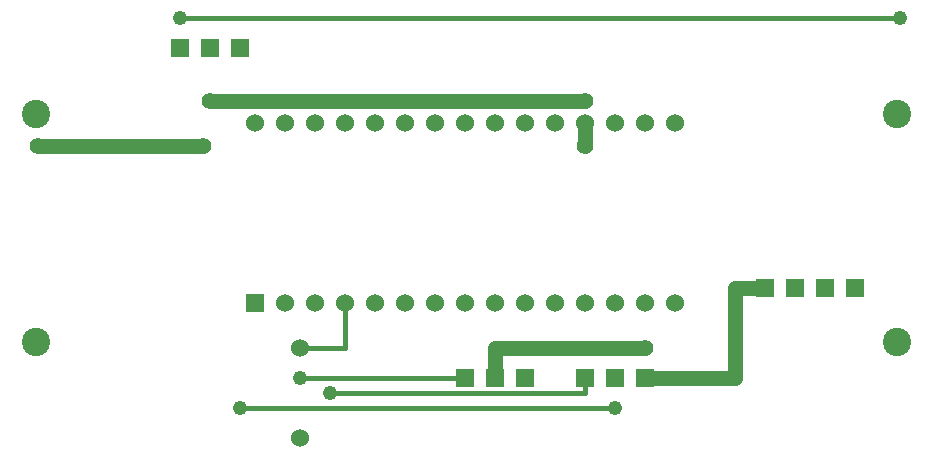
<source format=gbr>
G04 DesignSpark PCB Gerber Version 10.0 Build 5299*
G04 #@! TF.Part,Single*
G04 #@! TF.FileFunction,Copper,L1,Top*
G04 #@! TF.FilePolarity,Positive*
%FSLAX35Y35*%
%MOIN*%
G04 #@! TA.AperFunction,ComponentPad*
%ADD14R,0.06000X0.06000*%
G04 #@! TD.AperFunction*
%ADD12C,0.01500*%
G04 #@! TA.AperFunction,ViaPad*
%ADD13C,0.04800*%
G04 #@! TD.AperFunction*
%ADD10C,0.05000*%
G04 #@! TA.AperFunction,ViaPad*
%ADD11C,0.05600*%
G04 #@! TA.AperFunction,ComponentPad*
%ADD15C,0.06000*%
%ADD16C,0.09449*%
G04 #@! TD.AperFunction*
X0Y0D02*
D02*
D10*
X78104Y112750D02*
X23104D01*
X80604Y127750D02*
X205604D01*
Y112750D02*
Y120250D01*
X225604Y35250D02*
X255604D01*
Y65250D01*
X265604D01*
X225604Y45250D02*
X175604D01*
Y35250D01*
D02*
D11*
X23104Y112750D03*
X78104D03*
X80604Y127750D03*
X205604Y112750D03*
Y127750D03*
X225604Y45250D03*
D02*
D12*
X70604Y155250D02*
X310604D01*
X110604Y35250D02*
X165604D01*
X120604Y30250D02*
X205604D01*
Y35250D01*
X125604Y60250D02*
Y45250D01*
X110604D01*
X215604Y25250D02*
X90604D01*
D02*
D13*
X70604Y155250D03*
X90604Y25250D03*
X110604Y35250D03*
X120604Y30250D03*
X215604Y25250D03*
X310604Y155250D03*
D02*
D14*
X70604Y145250D03*
X80604D03*
X90604D03*
X95604Y60250D03*
X165604Y35250D03*
X175604D03*
X185604D03*
X205604D03*
X215604D03*
X225604D03*
X265604Y65250D03*
X275604D03*
X285604D03*
X295604D03*
D02*
D15*
X95604Y120250D03*
X105604Y60250D03*
Y120250D03*
X110604Y15250D03*
Y45250D03*
X115604Y60250D03*
Y120250D03*
X125604Y60250D03*
Y120250D03*
X135604Y60250D03*
Y120250D03*
X145604Y60250D03*
Y120250D03*
X155604Y60250D03*
Y120250D03*
X165604Y60250D03*
Y120250D03*
X175604Y60250D03*
Y120250D03*
X185604Y60250D03*
Y120250D03*
X195604Y60250D03*
Y120250D03*
X205604Y60250D03*
Y120250D03*
X215604Y60250D03*
Y120250D03*
X225604Y60250D03*
Y120250D03*
X235604Y60250D03*
Y120250D03*
D02*
D16*
X22691Y47258D03*
Y123242D03*
X309698Y47258D03*
Y123242D03*
X0Y0D02*
M02*

</source>
